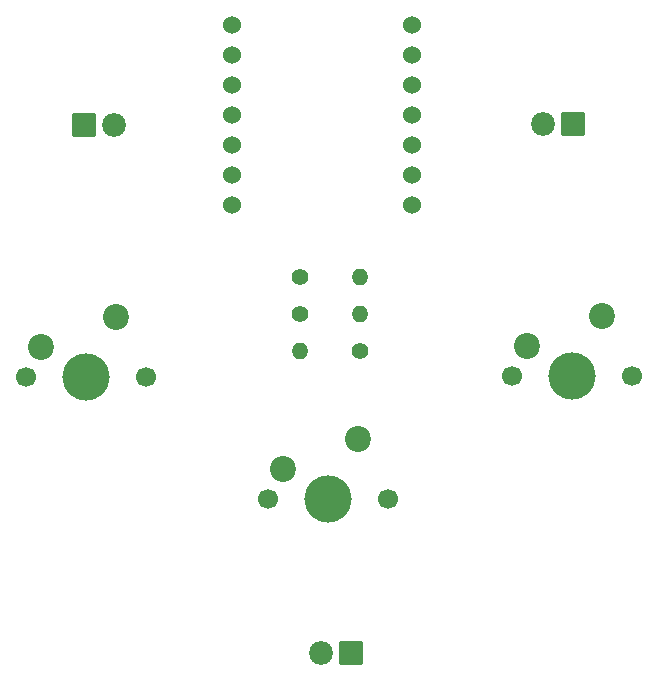
<source format=gbr>
%TF.GenerationSoftware,KiCad,Pcbnew,9.0.3-9.0.3-0~ubuntu24.04.1*%
%TF.CreationDate,2025-07-24T15:31:40-04:00*%
%TF.ProjectId,pathfinder,70617468-6669-46e6-9465-722e6b696361,rev?*%
%TF.SameCoordinates,Original*%
%TF.FileFunction,Soldermask,Bot*%
%TF.FilePolarity,Negative*%
%FSLAX46Y46*%
G04 Gerber Fmt 4.6, Leading zero omitted, Abs format (unit mm)*
G04 Created by KiCad (PCBNEW 9.0.3-9.0.3-0~ubuntu24.04.1) date 2025-07-24 15:31:40*
%MOMM*%
%LPD*%
G01*
G04 APERTURE LIST*
G04 Aperture macros list*
%AMRoundRect*
0 Rectangle with rounded corners*
0 $1 Rounding radius*
0 $2 $3 $4 $5 $6 $7 $8 $9 X,Y pos of 4 corners*
0 Add a 4 corners polygon primitive as box body*
4,1,4,$2,$3,$4,$5,$6,$7,$8,$9,$2,$3,0*
0 Add four circle primitives for the rounded corners*
1,1,$1+$1,$2,$3*
1,1,$1+$1,$4,$5*
1,1,$1+$1,$6,$7*
1,1,$1+$1,$8,$9*
0 Add four rect primitives between the rounded corners*
20,1,$1+$1,$2,$3,$4,$5,0*
20,1,$1+$1,$4,$5,$6,$7,0*
20,1,$1+$1,$6,$7,$8,$9,0*
20,1,$1+$1,$8,$9,$2,$3,0*%
G04 Aperture macros list end*
%ADD10C,2.019000*%
%ADD11RoundRect,0.102000X0.907500X0.907500X-0.907500X0.907500X-0.907500X-0.907500X0.907500X-0.907500X0*%
%ADD12RoundRect,0.102000X-0.907500X-0.907500X0.907500X-0.907500X0.907500X0.907500X-0.907500X0.907500X0*%
%ADD13C,1.400000*%
%ADD14O,1.400000X1.400000*%
%ADD15C,1.700000*%
%ADD16C,4.000000*%
%ADD17C,2.200000*%
%ADD18C,1.524000*%
G04 APERTURE END LIST*
D10*
%TO.C,D3*%
X202250000Y-40520000D03*
D11*
X204790000Y-40520000D03*
%TD*%
D10*
%TO.C,D1*%
X165900000Y-40640000D03*
D12*
X163360000Y-40640000D03*
%TD*%
D13*
%TO.C,R2*%
X181650000Y-56660000D03*
D14*
X186730000Y-56660000D03*
%TD*%
D10*
%TO.C,D2*%
X183450000Y-85330000D03*
D11*
X185990000Y-85330000D03*
%TD*%
D15*
%TO.C,  *%
X158420000Y-62000000D03*
D16*
X163500000Y-62000000D03*
D15*
X168580000Y-62000000D03*
D17*
X166040000Y-56920000D03*
X159690000Y-59460000D03*
%TD*%
D15*
%TO.C,  *%
X178960000Y-72330000D03*
D16*
X184040000Y-72330000D03*
D15*
X189120000Y-72330000D03*
D17*
X186580000Y-67250000D03*
X180230000Y-69790000D03*
%TD*%
D13*
%TO.C,R3*%
X186750000Y-59760000D03*
D14*
X181670000Y-59760000D03*
%TD*%
D13*
%TO.C,R1*%
X181650000Y-53510000D03*
D14*
X186730000Y-53510000D03*
%TD*%
D18*
%TO.C,  *%
X175880000Y-32148500D03*
X175880000Y-34688500D03*
X175880000Y-37228500D03*
X175880000Y-39768500D03*
X175880000Y-42308500D03*
X175880000Y-44848500D03*
X175880000Y-47388500D03*
X191120000Y-47388500D03*
X191120000Y-44848500D03*
X191120000Y-42308500D03*
X191120000Y-39768500D03*
X191120000Y-37228500D03*
X191120000Y-34688500D03*
X191120000Y-32148500D03*
%TD*%
D15*
%TO.C,  *%
X199600000Y-61880000D03*
D16*
X204680000Y-61880000D03*
D15*
X209760000Y-61880000D03*
D17*
X207220000Y-56800000D03*
X200870000Y-59340000D03*
%TD*%
M02*

</source>
